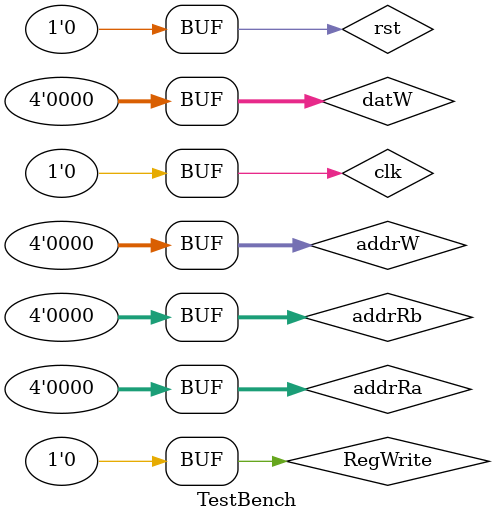
<source format=v>
`timescale 1ns / 1ps


module TestBench;

	// Inputs
	reg [3:0] addrRa;
	reg [3:0] addrRb;
	reg [3:0] addrW;
	reg [3:0] datW;
	reg RegWrite;
	reg clk;
	reg rst;

	// Outputs
	wire [0:6] sseg;
	wire [3:0] an;

	// Instantiate the Unit Under Test (UUT)
	Unidad_BanRegDiisplay uut (
		.addrRa(addrRa), 
		.addrRb(addrRb), 
		.addrW(addrW), 
		.datW(datW), 
		.RegWrite(RegWrite), 
		.sseg(sseg), 
		.an(an), 
		.clk(clk), 
		.rst(rst)
	);

	initial begin
		// Initialize Inputs
		addrRa = 0;
		addrRb = 0;
		addrW = 0;
		datW = 0;
		RegWrite = 0;
		clk = 0;
		rst = 0;

		// Wait 100 ns for global reset to finish
		#100;
        
		// Add stimulus here

	end
      
endmodule


</source>
